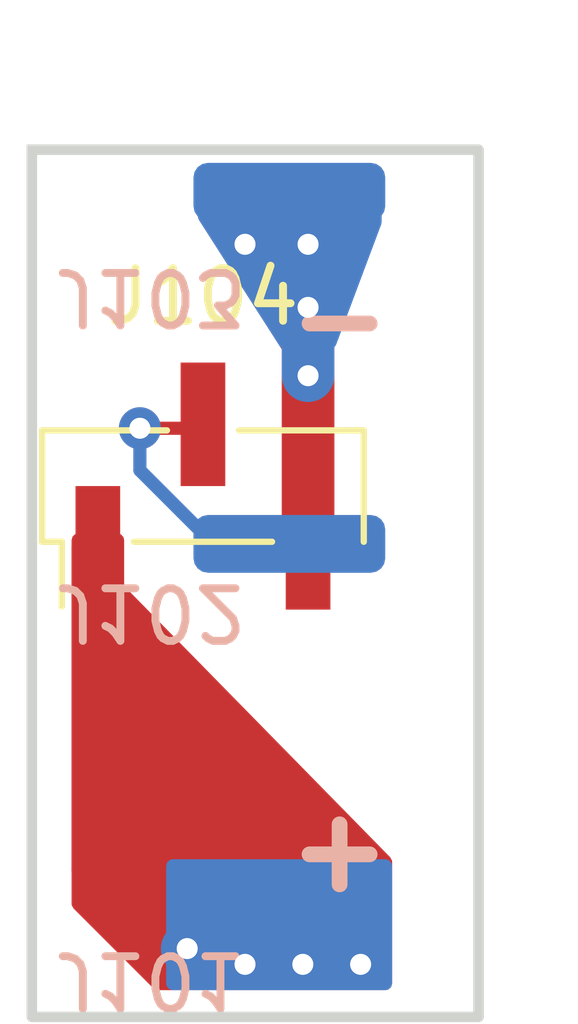
<source format=kicad_pcb>
(kicad_pcb (version 20211014) (generator pcbnew)
  (layers (0 "F.Cu" signal) (31 "B.Cu" signal) (34 "B.Paste" user) (35 "F.Paste" user) (36 "B.SilkS" user "B.Silkscreen") (37 "F.SilkS" user "F.Silkscreen") (38 "B.Mask" user) (39 "F.Mask" user) (44 "Edge.Cuts" user))
  (net 0 "")
  (net 1 "/+")
  (net 2 "/S")
  (net 3 "/-")
  (footprint "Connector_PinHeader_2.00mm:PinHeader_1x03_P2.00mm_Vertical_SMD_Pin1Left" (layer "F.Cu") (at 157 94.6 90)
    (fp_text reference "J104" (at 3.6 0 180) (layer "F.SilkS"))
    (fp_text value "Conn_01x03")
    (fp_line (start -1.06 -1.315) (end -1.06 1.315) (layer "F.SilkS") (width 0.12))
    (fp_line (start 1.06 2.685) (end 1.06 3.06) (layer "F.SilkS") (width 0.12))
    (fp_line (start 1.06 -3.06) (end 1.06 -0.685) (layer "F.SilkS") (width 0.12))
    (fp_line (start -1.06 -2.685) (end -2.29 -2.685) (layer "F.SilkS") (width 0.12))
    (fp_line (start -1.06 -3.06) (end 1.06 -3.06) (layer "F.SilkS") (width 0.12))
    (fp_line (start -1.06 -3.06) (end -1.06 -2.685) (layer "F.SilkS") (width 0.12))
    (fp_line (start 1.06 0.685) (end 1.06 3.06) (layer "F.SilkS") (width 0.12))
    (fp_line (start -1.06 3.06) (end 1.06 3.06) (layer "F.SilkS") (width 0.12))
    (pad "1" smd rect (at -1.175 -2 90) (size 2.35 0.85) (layers "F.Cu" "F.Paste" "F.Mask") (net 1 "/+"))
    (pad "2" smd rect (at 1.175 0 90) (size 2.35 0.85) (layers "F.Cu" "F.Paste" "F.Mask") (net 2 "/S"))
    (pad "3" smd rect (at -1.175 2 90) (size 2.35 0.85) (layers "F.Cu" "F.Paste" "F.Mask") (net 3 "/-"))
  )
  (footprint "footprints:120220-0204" (layer "B.Cu") (at 158.644048 102.4)
    (fp_text reference "J101" (at -2.644048 1.6 180 unlocked) (layer "B.SilkS") (effects (justify mirror)))
    (fp_text value "120220-0204")
    (pad "1" smd roundrect (at 0 0) (size 3.65 1.1) (layers "B.Cu" "B.Paste" "B.Mask") (net 1 "/+"))
  )
  (footprint "footprints:120220-0204" (layer "B.Cu") (at 158.644048 95.7)
    (fp_text reference "J102" (at -2.644048 1.3 180 unlocked) (layer "B.SilkS") (effects (justify mirror)))
    (fp_text value "120220-0204")
    (pad "1" smd roundrect (at 0 0) (size 3.65 1.1) (layers "B.Cu" "B.Paste" "B.Mask") (net 2 "/S"))
  )
  (footprint "footprints:120220-0204" (layer "B.Cu") (at 158.644048 89)
    (fp_text reference "J103" (at -2.644048 2 180 unlocked) (layer "B.SilkS") (effects (justify mirror)))
    (fp_text value "120220-0204")
    (pad "1" smd roundrect (at 0 0) (size 3.65 1.1) (layers "B.Cu" "B.Paste" "B.Mask") (net 3 "/-"))
  )
  (gr_rect (start 153.744048 88.2) (end 162.244048 104.7) (layer "Edge.Cuts") (width 0.2) (fill none))
  (gr_text "-" (at 159.6 91.4) (layer "B.SilkS") (effects (font (size 1.5 1.5) (thickness 0.3)) (justify mirror)))
  (gr_text "+" (at 159.6 101.5) (layer "B.SilkS") (effects (font (size 1.5 1.5) (thickness 0.3)) (justify mirror)))
  (segment (start 155 95.775) (end 155 101.9) (width 1) (layer "F.Cu") (net 1))
  (segment (start 156.5 103.4) (end 156.7 103.4) (width 1) (layer "F.Cu") (net 1))
  (segment (start 155 101.9) (end 156.2 103.1) (width 1) (layer "F.Cu") (net 1))
  (segment (start 156.2 103.1) (end 156.5 103.4) (width 1) (layer "F.Cu") (net 1))
  (via (at 160 103.7) (size 0.8) (drill 0.4) (layers "F.Cu" "B.Cu") (net 1))
  (via (at 157.8 103.7) (size 0.8) (drill 0.4) (layers "F.Cu" "B.Cu") (net 1))
  (via (at 158.9 103.7) (size 0.8) (drill 0.4) (layers "F.Cu" "B.Cu") (net 1))
  (via (at 156.7 103.4) (size 0.8) (drill 0.4) (layers "F.Cu" "B.Cu") (net 1))
  (segment (start 156.7 103.4) (end 159.644048 103.4) (width 1) (layer "B.Cu") (net 1))
  (segment (start 156.925 93.5) (end 157 93.425) (width 0.25) (layer "F.Cu") (net 2))
  (segment (start 155.8 93.5) (end 156.925 93.5) (width 0.25) (layer "F.Cu") (net 2))
  (via (at 155.8 93.5) (size 0.8) (drill 0.4) (layers "F.Cu" "B.Cu") (net 2))
  (segment (start 158.644048 95.7) (end 157.2 95.7) (width 0.25) (layer "B.Cu") (net 2))
  (segment (start 156.6 95.1) (end 155.8 94.3) (width 0.25) (layer "B.Cu") (net 2))
  (segment (start 155.8 94.3) (end 155.8 93.5) (width 0.25) (layer "B.Cu") (net 2))
  (segment (start 157.2 95.7) (end 156.6 95.1) (width 0.25) (layer "B.Cu") (net 2))
  (segment (start 159 95.775) (end 159 92.5) (width 1) (layer "F.Cu") (net 3))
  (via (at 159 92.5) (size 0.8) (drill 0.4) (layers "F.Cu" "B.Cu") (net 3))
  (via (at 159 91.2) (size 0.8) (drill 0.4) (layers "F.Cu" "B.Cu") (net 3))
  (via (at 159 90) (size 0.8) (drill 0.4) (layers "F.Cu" "B.Cu") (net 3))
  (via (at 157.8 90) (size 0.8) (drill 0.4) (layers "F.Cu" "B.Cu") (net 3))
  (segment (start 159 92.5) (end 159 90.644048) (width 1) (layer "B.Cu") (net 3))
  (segment (start 159 90.644048) (end 159.644048 90) (width 1) (layer "B.Cu") (net 3))
  (zone (net 3) (net_name "/-") (layer "F.Cu") (connect_pads yes (clearance 0.508)) (min_thickness 0.254) (fill yes (thermal_gap 0.508) (thermal_bridge_width 0.508))
    (polygon (pts (xy 156.9 89.1) (xy 159.5 89.1) (xy 159.5 95.8) (xy 158.5 95.8) (xy 158.5 92) (xy 156.9 89.5)))
  )
  (zone (net 1) (net_name "/+") (layer "F.Cu") (connect_pads yes (clearance 0.508)) (min_thickness 0.254) (fill yes (thermal_gap 0.508) (thermal_bridge_width 0.508))
    (polygon (pts (xy 155.5 96.5) (xy 160.6 101.7) (xy 160.6 104.4) (xy 156.3 104.4) (xy 154.5 102.6) (xy 154.5 95.5) (xy 155.5 95.5)))
  )
  (zone (net 3) (net_name "/-") (layer "B.Cu") (connect_pads yes (clearance 0.508)) (min_thickness 0.254) (fill yes (thermal_gap 0.508) (thermal_bridge_width 0.508))
    (polygon (pts (xy 160.4 88.5) (xy 160.4 89.6) (xy 159.5 92) (xy 158.5 92) (xy 156.9 89.5) (xy 156.9 88.5)))
  )
  (zone (net 1) (net_name "/+") (layer "B.Cu") (connect_pads yes (clearance 0.508)) (min_thickness 0.254) (fill yes (thermal_gap 0.508) (thermal_bridge_width 0.508))
    (polygon (pts (xy 160.6 101.7) (xy 160.6 104.4) (xy 156.3 104.4) (xy 156.3 101.7)))
  )
)
</source>
